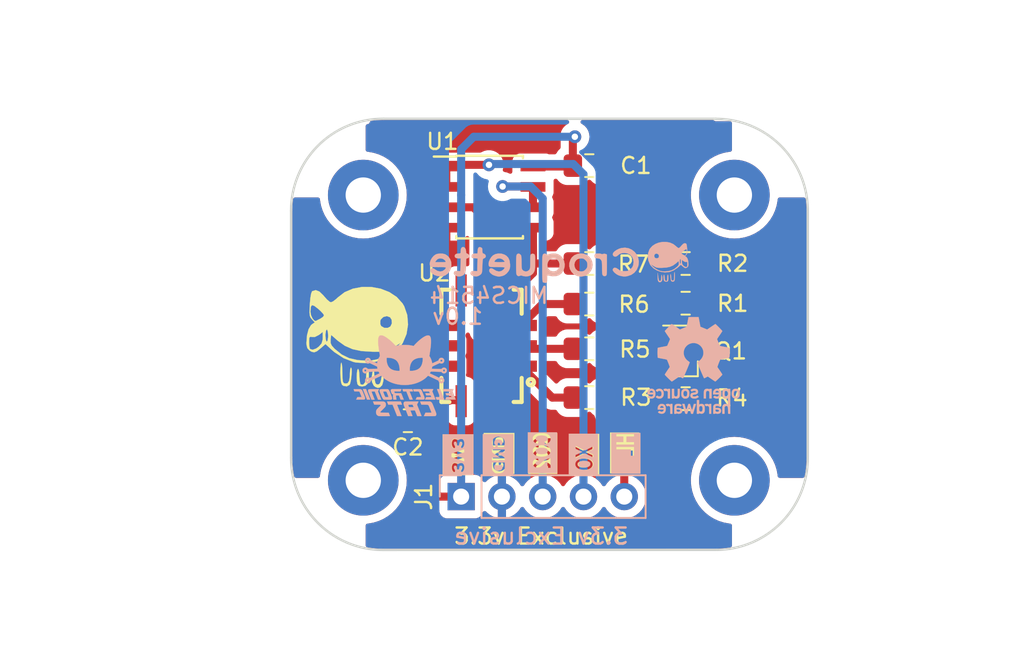
<source format=kicad_pcb>
(kicad_pcb (version 20221018) (generator pcbnew)
  (title_block (title "MICS4514 Croquette") (date "2020-04-24") (rev "V1.0") (company "Electronic Cats") (comment 1 "Montserrat Figueroa") (comment 2 "Eduardo Contreras"))
  (layers (0 "F.Cu" signal) (31 "B.Cu" signal) (34 "B.Paste" user) (35 "F.Paste" user) (36 "B.SilkS" user "B.Silkscreen") (37 "F.SilkS" user "F.Silkscreen") (38 "B.Mask" user) (39 "F.Mask" user) (44 "Edge.Cuts" user))
  (net 0 "")
  (net 1 "+3V3")
  (net 2 "/NO2")
  (net 3 "/CO2")
  (net 4 "/PRE_HEALTING")
  (net 5 "GND")
  (net 6 "Net-(Q1-Pad1)")
  (net 7 "Net-(Q1-Pad3)")
  (net 8 "Net-(R3-Pad1)")
  (net 9 "Net-(R6-Pad1)")
  (net 10 "/OX")
  (net 11 "/RED")
  (footprint "Resistor_SMD:R_0805_2012Metric_Pad1.15x1.40mm_HandSolder" (layer "F.Cu") (at 158 100.975)
    (fp_text reference "R1" (at 2.928 0.02 180) (layer "F.SilkS"))
    (fp_text value "66.5")
    (pad "1" smd roundrect (at -1.025 0) (size 1.15 1.4) (layers "F.Cu" "F.Paste" "F.Mask") (roundrect_rratio 0.217391) (net 6 "Net-(Q1-Pad1)"))
    (pad "2" smd roundrect (at 1.025 0) (size 1.15 1.4) (layers "F.Cu" "F.Paste" "F.Mask") (roundrect_rratio 0.217391) (net 4 "/PRE_HEALTING"))
  )
  (footprint "Resistor_SMD:R_0805_2012Metric_Pad1.15x1.40mm_HandSolder" (layer "F.Cu") (at 158 98.5)
    (fp_text reference "R2" (at 2.925 0) (layer "F.SilkS"))
    (fp_text value "66.5K")
    (pad "1" smd roundrect (at -1.025 0) (size 1.15 1.4) (layers "F.Cu" "F.Paste" "F.Mask") (roundrect_rratio 0.217391) (net 6 "Net-(Q1-Pad1)"))
    (pad "2" smd roundrect (at 1.025 0) (size 1.15 1.4) (layers "F.Cu" "F.Paste" "F.Mask") (roundrect_rratio 0.217391) (net 5 "GND"))
  )
  (footprint "Resistor_SMD:R_0805_2012Metric_Pad1.15x1.40mm_HandSolder" (layer "F.Cu") (at 152 106.858)
    (fp_text reference "R3" (at 2.9053 -0.008) (layer "F.SilkS"))
    (fp_text value "30")
    (pad "1" smd roundrect (at -1.025 0) (size 1.15 1.4) (layers "F.Cu" "F.Paste" "F.Mask") (roundrect_rratio 0.217391) (net 8 "Net-(R3-Pad1)"))
    (pad "2" smd roundrect (at 1.025 0) (size 1.15 1.4) (layers "F.Cu" "F.Paste" "F.Mask") (roundrect_rratio 0.217391) (net 7 "Net-(Q1-Pad3)"))
  )
  (footprint "Resistor_SMD:R_0805_2012Metric_Pad1.15x1.40mm_HandSolder" (layer "F.Cu") (at 158 106.925 180)
    (fp_text reference "R4" (at -2.883 0.034 180) (layer "F.SilkS"))
    (fp_text value "36")
    (pad "1" smd roundrect (at -1.025 0 180) (size 1.15 1.4) (layers "F.Cu" "F.Paste" "F.Mask") (roundrect_rratio 0.217391) (net 7 "Net-(Q1-Pad3)"))
    (pad "2" smd roundrect (at 1.025 0 180) (size 1.15 1.4) (layers "F.Cu" "F.Paste" "F.Mask") (roundrect_rratio 0.217391) (net 5 "GND"))
  )
  (footprint "Resistor_SMD:R_0805_2012Metric_Pad1.15x1.40mm_HandSolder" (layer "F.Cu") (at 152 103.818)
    (fp_text reference "R5" (at 2.8418 0.032) (layer "F.SilkS"))
    (fp_text value "269")
    (pad "1" smd roundrect (at -1.025 0) (size 1.15 1.4) (layers "F.Cu" "F.Paste" "F.Mask") (roundrect_rratio 0.217391) (net 10 "/OX"))
    (pad "2" smd roundrect (at 1.025 0) (size 1.15 1.4) (layers "F.Cu" "F.Paste" "F.Mask") (roundrect_rratio 0.217391) (net 5 "GND"))
  )
  (footprint "Resistor_SMD:R_0805_2012Metric_Pad1.15x1.40mm_HandSolder" (layer "F.Cu") (at 152 101.028)
    (fp_text reference "R6" (at 2.789 0.022) (layer "F.SilkS"))
    (fp_text value "30")
    (pad "1" smd roundrect (at -1.025 0) (size 1.15 1.4) (layers "F.Cu" "F.Paste" "F.Mask") (roundrect_rratio 0.217391) (net 9 "Net-(R6-Pad1)"))
    (pad "2" smd roundrect (at 1.025 0) (size 1.15 1.4) (layers "F.Cu" "F.Paste" "F.Mask") (roundrect_rratio 0.217391) (net 5 "GND"))
  )
  (footprint "Resistor_SMD:R_0805_2012Metric_Pad1.15x1.40mm_HandSolder" (layer "F.Cu") (at 152 98.5)
    (fp_text reference "R7" (at 2.75 0.05) (layer "F.SilkS"))
    (fp_text value "47k")
    (pad "1" smd roundrect (at -1.025 0) (size 1.15 1.4) (layers "F.Cu" "F.Paste" "F.Mask") (roundrect_rratio 0.217391) (net 11 "/RED"))
    (pad "2" smd roundrect (at 1.025 0) (size 1.15 1.4) (layers "F.Cu" "F.Paste" "F.Mask") (roundrect_rratio 0.217391) (net 5 "GND"))
  )
  (footprint "MICS-4514:MICS_10-SMD" (layer "F.Cu") (at 145.288 103.632 -90)
    (fp_text reference "U2" (at -4.532 2.938) (layer "F.SilkS"))
    (fp_text value "MICS-4514")
    (pad "A" smd rect (at 1.27 -2.45 270) (size 0.7 2) (layers "F.Cu" "F.Paste" "F.Mask") (net 8 "Net-(R3-Pad1)"))
    (pad "B" smd rect (at 0 -2.45 270) (size 0.7 2) (layers "F.Cu" "F.Paste" "F.Mask") (net 10 "/OX"))
    (pad "C" smd rect (at -1.27 -2.45 270) (size 0.7 2) (layers "F.Cu" "F.Paste" "F.Mask") (net 9 "Net-(R6-Pad1)"))
    (pad "D" smd rect (at -3.45 -1.27) (size 0.7 2) (layers "F.Cu" "F.Paste" "F.Mask") (net 11 "/RED"))
    (pad "E" smd rect (at -3.45 1.27) (size 0.7 2) (layers "F.Cu" "F.Paste" "F.Mask"))
    (pad "F" smd rect (at -1.27 2.45 270) (size 0.7 2) (layers "F.Cu" "F.Paste" "F.Mask") (net 1 "+3V3"))
    (pad "G" smd rect (at 0 2.45 270) (size 0.7 2) (layers "F.Cu" "F.Paste" "F.Mask") (net 1 "+3V3"))
    (pad "H" smd rect (at 1.27 2.45 270) (size 0.7 2) (layers "F.Cu" "F.Paste" "F.Mask") (net 1 "+3V3"))
    (pad "J" smd rect (at 3.45 1.27) (size 0.7 2) (layers "F.Cu" "F.Paste" "F.Mask") (net 1 "+3V3"))
    (pad "K" smd rect (at 3.45 -1.27) (size 0.7 2) (layers "F.Cu" "F.Paste" "F.Mask"))
  )
  (footprint "MountingHole:MountingHole_2.2mm_M2_Pad" (layer "F.Cu") (at 161.036 112.014)
    (fp_text reference "REF**")
    (fp_text value "MountingHole_2.2mm_M2_Pad")
    (pad "1" thru_hole circle (at 0 0) (size 4.4 4.4) (drill 2.2) (layers "*.Cu" "*.Mask"))
  )
  (footprint "MountingHole:MountingHole_2.2mm_M2_Pad" (layer "F.Cu") (at 161.036 94.234)
    (fp_text reference "REF**")
    (fp_text value "MountingHole_2.2mm_M2_Pad")
    (pad "1" thru_hole circle (at 0 0) (size 4.4 4.4) (drill 2.2) (layers "*.Cu" "*.Mask"))
  )
  (footprint "MountingHole:MountingHole_2.2mm_M2_Pad" (layer "F.Cu") (at 137.922 94.234)
    (fp_text reference "REF**")
    (fp_text value "MountingHole_2.2mm_M2_Pad")
    (pad "1" thru_hole circle (at 0 0) (size 4.4 4.4) (drill 2.2) (layers "*.Cu" "*.Mask"))
  )
  (footprint "MountingHole:MountingHole_2.2mm_M2_Pad" (layer "F.Cu") (at 137.922 112.014)
    (fp_text reference "REF**")
    (fp_text value "MountingHole_2.2mm_M2_Pad")
    (pad "1" thru_hole circle (at 0 0) (size 4.4 4.4) (drill 2.2) (layers "*.Cu" "*.Mask"))
  )
  (footprint "Aesthetics:3v3" (layer "F.Cu") (at 143.82 110.44 90)
    (fp_text reference "G***" hide)
    (fp_text value "LOGO" hide)
  )
  (footprint "Aesthetics:CO2" (layer "F.Cu") (at 149.1 110.34 90)
    (fp_text reference "G***" hide)
    (fp_text value "LOGO" hide)
  )
  (footprint "Aesthetics:HL" (layer "F.Cu") (at 154.2 110.31 90)
    (fp_text reference "G***" hide)
    (fp_text value "LOGO" hide)
  )
  (footprint "Aesthetics:GND" (layer "F.Cu") (at 146.38 110.35 90)
    (fp_text reference "G***" hide)
    (fp_text value "LOGO" hide)
  )
  (footprint "Aesthetics:ox" (layer "F.Cu") (at 151.71 110.39 90)
    (fp_text reference "G***" hide)
    (fp_text value "LOGO" hide)
  )
  (footprint "Package_TO_SOT_SMD:SOT-23" (layer "F.Cu") (at 158 103.95)
    (fp_text reference "Q1" (at 2.818 0.01) (layer "F.SilkS"))
    (fp_text value "2N7002")
    (pad "1" smd rect (at -1 -0.95) (size 0.9 0.8) (layers "F.Cu" "F.Paste" "F.Mask") (net 6 "Net-(Q1-Pad1)"))
    (pad "2" smd rect (at -1 0.95) (size 0.9 0.8) (layers "F.Cu" "F.Paste" "F.Mask") (net 5 "GND"))
    (pad "3" smd rect (at 1 0) (size 0.9 0.8) (layers "F.Cu" "F.Paste" "F.Mask") (net 7 "Net-(Q1-Pad3)"))
  )
  (footprint "Capacitor_SMD:C_0805_2012Metric_Pad1.15x1.40mm_HandSolder" (layer "F.Cu") (at 140.7 108.3 180)
    (fp_text reference "C2" (at 0 -1.65) (layer "F.SilkS"))
    (fp_text value "0.1uF")
    (pad "1" smd roundrect (at -1.025 0 180) (size 1.15 1.4) (layers "F.Cu" "F.Paste" "F.Mask") (roundrect_rratio 0.217391) (net 1 "+3V3"))
    (pad "2" smd roundrect (at 1.025 0 180) (size 1.15 1.4) (layers "F.Cu" "F.Paste" "F.Mask") (roundrect_rratio 0.217391) (net 5 "GND"))
  )
  (footprint "Capacitor_SMD:C_0805_2012Metric_Pad1.15x1.40mm_HandSolder" (layer "F.Cu") (at 152 92.4)
    (fp_text reference "C1" (at 2.9 0) (layer "F.SilkS"))
    (fp_text value "0.1uF")
    (pad "1" smd roundrect (at -1.025 0) (size 1.15 1.4) (layers "F.Cu" "F.Paste" "F.Mask") (roundrect_rratio 0.217391) (net 1 "+3V3"))
    (pad "2" smd roundrect (at 1.025 0) (size 1.15 1.4) (layers "F.Cu" "F.Paste" "F.Mask") (roundrect_rratio 0.217391) (net 5 "GND"))
  )
  (footprint "Package_SO:SOIC-8_3.9x4.9mm_P1.27mm" (layer "F.Cu") (at 145.792 94.361)
    (fp_text reference "U1" (at -2.942 -3.461) (layer "F.SilkS"))
    (fp_text value "TLC2272")
    (pad "1" smd rect (at -2.7 -1.905) (size 1.55 0.6) (layers "F.Cu" "F.Paste" "F.Mask") (net 2 "/NO2"))
    (pad "2" smd rect (at -2.7 -0.635) (size 1.55 0.6) (layers "F.Cu" "F.Paste" "F.Mask") (net 2 "/NO2"))
    (pad "3" smd rect (at -2.7 0.635) (size 1.55 0.6) (layers "F.Cu" "F.Paste" "F.Mask") (net 10 "/OX"))
    (pad "4" smd rect (at -2.7 1.905) (size 1.55 0.6) (layers "F.Cu" "F.Paste" "F.Mask") (net 5 "GND"))
    (pad "5" smd rect (at 2.7 1.905) (size 1.55 0.6) (layers "F.Cu" "F.Paste" "F.Mask") (net 11 "/RED"))
    (pad "6" smd rect (at 2.7 0.635) (size 1.55 0.6) (layers "F.Cu" "F.Paste" "F.Mask") (net 3 "/CO2"))
    (pad "7" smd rect (at 2.7 -0.635) (size 1.55 0.6) (layers "F.Cu" "F.Paste" "F.Mask") (net 3 "/CO2"))
    (pad "8" smd rect (at 2.7 -1.905) (size 1.55 0.6) (layers "F.Cu" "F.Paste" "F.Mask") (net 1 "+3V3"))
  )
  (footprint "Aesthetics:Croquette50,5x9,9" (layer "F.Cu") (at 138 102.5)
    (fp_text reference "G***" hide)
    (fp_text value "LOGO" hide)
  )
  (footprint "Aesthetics:electronic_cats_logo_4x3" (layer "B.Cu") (at 140.5 105.5 180)
    (fp_text reference "G***" hide)
    (fp_text value "LOGO" hide)
  )
  (footprint "Connector_PinHeader_2.54mm:PinHeader_1x05_P2.54mm_Vertical" (layer "B.Cu") (at 144.018 113.03 -90)
    (fp_text reference "J1" (at 0 2.33 270) (layer "F.SilkS"))
    (fp_text value "OUTPUTS")
    (pad "1" thru_hole rect (at 0 0 270) (size 1.7 1.7) (drill 1) (layers "*.Cu" "*.Mask") (net 1 "+3V3"))
    (pad "2" thru_hole oval (at 0 -2.54 270) (size 1.7 1.7) (drill 1) (layers "*.Cu" "*.Mask") (net 5 "GND"))
    (pad "3" thru_hole oval (at 0 -5.08 270) (size 1.7 1.7) (drill 1) (layers "*.Cu" "*.Mask") (net 3 "/CO2"))
    (pad "4" thru_hole oval (at 0 -7.62 270) (size 1.7 1.7) (drill 1) (layers "*.Cu" "*.Mask") (net 2 "/NO2"))
    (pad "5" thru_hole oval (at 0 -10.16 270) (size 1.7 1.7) (drill 1) (layers "*.Cu" "*.Mask") (net 4 "/PRE_HEALTING"))
  )
  (footprint "Aesthetics:3v3" (layer "B.Cu") (at 143.83 110.43 90)
    (fp_text reference "G***" hide)
    (fp_text value "LOGO" hide)
  )
  (footprint "Aesthetics:GND" (layer "B.Cu") (at 146.32 110.39 -90)
    (fp_text reference "G***" hide)
    (fp_text value "LOGO" hide)
  )
  (footprint "Aesthetics:CO2" (layer "B.Cu") (at 149.08 110.29 -90)
    (fp_text reference "G***" hide)
    (fp_text value "LOGO" hide)
  )
  (footprint "Aesthetics:ox" (layer "B.Cu") (at 151.63 110.38 90)
    (fp_text reference "G***" hide)
    (fp_text value "LOGO" hide)
  )
  (footprint "Aesthetics:HL" (layer "B.Cu") (at 154.28 110.33 -90)
    (fp_text reference "G***" hide)
    (fp_text value "LOGO" hide)
  )
  (footprint "Symbols:OSHW-Logo_5.7x6mm_SilkScreen" (layer "B.Cu") (at 158.5 104.85 180)
    (fp_text reference "REF***" hide)
    (fp_text value "OSHW-Logo_5.7x6mm_SilkScreen" hide)
  )
  (footprint "Aesthetics:Croquette20,2x4" (layer "B.Cu") (at 150.05 98.35 180)
    (fp_text reference "G***" hide)
    (fp_text value "LOGO" hide)
  )
  (gr_line (start 159.8803 89.48) (end 139.192 89.48) (stroke (width 0.15)) (layer "Edge.Cuts"))
  (gr_line (start 139.153775 116.354) (end 159.842075 116.35) (stroke (width 0.15)) (layer "Edge.Cuts"))
  (gr_line (start 133.426075 110.588176) (end 133.426075 95.2077) (stroke (width 0.15)) (layer "Edge.Cuts"))
  (gr_line (start 165.608 95.25) (end 165.608 110.6223) (stroke (width 0.15)) (layer "Edge.Cuts"))
  (gr_arc (start 133.426075 95.2077) (mid 135.117209 91.144067) (end 139.192 89.48) (stroke (width 0.15)) (layer "Edge.Cuts"))
  (gr_arc (start 139.153775 116.354101) (mid 135.090142 114.662967) (end 133.426075 110.588176) (stroke (width 0.15)) (layer "Edge.Cuts"))
  (gr_arc (start 165.608 110.6223) (mid 163.916866 114.685933) (end 159.842075 116.35) (stroke (width 0.15)) (layer "Edge.Cuts"))
  (gr_arc (start 159.8803 89.484075) (mid 163.943933 91.175209) (end 165.608 95.25) (stroke (width 0.15)) (layer "Edge.Cuts"))
  (gr_text "1.0v" (at 143.8 101.8) (layer "B.SilkS") (effects (font (size 1 1)) (justify mirror)))
  (gr_text "MICS4514" (at 145.75 100.5) (layer "B.SilkS") (effects (font (size 1 1)) (justify mirror)))
  (gr_text "3.3v Exclusive" (at 149 115.5) (layer "B.SilkS") (effects (font (size 1 1)) (justify mirror)))
  (gr_text "3.3v Exclusive" (at 149 115.5) (layer "F.SilkS") (effects (font (size 1 1))))
  (segment (start 142.838 106.752) (end 142.838 106.516) (width 0.5) (layer "F.Cu") (net 1))
  (segment (start 142.838 104.902) (end 142.838 106.516) (width 0.5) (layer "F.Cu") (net 1))
  (segment (start 150.975 92.4) (end 150.975 90.725) (width 0.5) (layer "F.Cu") (net 1))
  (segment (start 143.168 107.082) (end 142.838 106.752) (width 0.5) (layer "F.Cu") (net 1))
  (segment (start 141.725 109) (end 141.725 108.3) (width 0.5) (layer "F.Cu") (net 1))
  (segment (start 141.725 107.6) (end 142.325 107) (width 0.5) (layer "F.Cu") (net 1))
  (segment (start 142.325 107) (end 143.5 107) (width 0.5) (layer "F.Cu") (net 1))
  (segment (start 141.725 108.3) (end 141.725 107.6) (width 0.5) (layer "F.Cu") (net 1))
  (segment (start 141.725 112.087) (end 141.725 109) (width 0.5) (layer "F.Cu") (net 1))
  (segment (start 143.5 107) (end 143.168 107.082) (width 0.5) (layer "F.Cu") (net 1))
  (segment (start 150.975 90.725) (end 151.1 90.6) (width 0.5) (layer "F.Cu") (net 1))
  (segment (start 142.668 113.03) (end 141.725 112.087) (width 0.5) (layer "F.Cu") (net 1))
  (segment (start 144.018 113.03) (end 142.668 113.03) (width 0.5) (layer "F.Cu") (net 1))
  (segment (start 150.919 92.456) (end 150.975 92.4) (width 0.5) (layer "F.Cu") (net 1))
  (segment (start 148.492 92.456) (end 150.919 92.456) (width 0.5) (layer "F.Cu") (net 1))
  (segment (start 142.838 104.902) (end 142.838 102.362) (width 0.5) (layer "F.Cu") (net 1))
  (segment (start 144.018 107.082) (end 143.5 107) (width 0.5) (layer "F.Cu") (net 1))
  (via (at 151.1 90.6) (size 0.8) (drill 0.4) (layers "F.Cu" "B.Cu") (net 1))
  (segment (start 144.018 94.232) (end 144.018 91.382) (width 0.5) (layer "B.Cu") (net 1))
  (segment (start 144.8 90.6) (end 151.1 90.6) (width 0.5) (layer "B.Cu") (net 1))
  (segment (start 144.018 91.382) (end 144.8 90.6) (width 0.5) (layer "B.Cu") (net 1))
  (segment (start 144.018 113.03) (end 144.018 94.232) (width 0.5) (layer "B.Cu") (net 1))
  (segment (start 145.75 92.35) (end 143.198 92.35) (width 0.5) (layer "F.Cu") (net 2))
  (segment (start 143.198 92.35) (end 143.092 92.456) (width 0.5) (layer "F.Cu") (net 2))
  (segment (start 143.092 92.456) (end 143.092 93.726) (width 0.5) (layer "F.Cu") (net 2))
  (via (at 145.75 92.35) (size 0.8) (drill 0.4) (layers "F.Cu" "B.Cu") (net 2))
  (segment (start 145.8 92.3) (end 145.75 92.35) (width 0.5) (layer "B.Cu") (net 2))
  (segment (start 151 92.3) (end 145.8 92.3) (width 0.5) (layer "B.Cu") (net 2))
  (segment (start 151.638 92.938) (end 151 92.3) (width 0.5) (layer "B.Cu") (net 2))
  (segment (start 151.638 113.03) (end 151.638 92.938) (width 0.5) (layer "B.Cu") (net 2))
  (segment (start 146.6 93.7) (end 148.466 93.7) (width 0.5) (layer "F.Cu") (net 3))
  (segment (start 148.466 93.7) (end 148.492 93.726) (width 0.5) (layer "F.Cu") (net 3))
  (segment (start 148.492 94.996) (end 148.492 93.726) (width 0.5) (layer "F.Cu") (net 3))
  (via (at 146.6 93.7) (size 0.8) (drill 0.4) (layers "F.Cu" "B.Cu") (net 3))
  (segment (start 149.098 113.03) (end 149.098 94.448) (width 0.5) (layer "B.Cu") (net 3))
  (segment (start 148.35 93.7) (end 146.6 93.7) (width 0.5) (layer "B.Cu") (net 3))
  (segment (start 149.098 94.448) (end 148.35 93.7) (width 0.5) (layer "B.Cu") (net 3))
  (segment (start 159.025 100.975) (end 159.6 100.975) (width 0.5) (layer "F.Cu") (net 4))
  (segment (start 160.5 107.9) (end 158.5 109.9) (width 0.5) (layer "F.Cu") (net 4))
  (segment (start 158.5 109.9) (end 154.7 109.9) (width 0.5) (layer "F.Cu") (net 4))
  (segment (start 160.5 102.1) (end 160.5 107.9) (width 0.5) (layer "F.Cu") (net 4))
  (segment (start 154.178 110.422) (end 154.178 113.03) (width 0.5) (layer "F.Cu") (net 4))
  (segment (start 159.6 100.975) (end 160.5 101.875) (width 0.5) (layer "F.Cu") (net 4))
  (segment (start 160.5 101.875) (end 160.5 102.1) (width 0.5) (layer "F.Cu") (net 4))
  (segment (start 154.7 109.9) (end 154.178 110.422) (width 0.5) (layer "F.Cu") (net 4))
  (segment (start 157 101) (end 156.975 100.975) (width 0.5) (layer "F.Cu") (net 6))
  (segment (start 156.975 100.975) (end 156.975 98.5) (width 0.5) (layer "F.Cu") (net 6))
  (segment (start 157 103) (end 157 101) (width 0.5) (layer "F.Cu") (net 6))
  (segment (start 159 106.9) (end 159.025 106.925) (width 0.5) (layer "F.Cu") (net 7))
  (segment (start 158.742 106.934) (end 158.742 107.734) (width 0.5) (layer "F.Cu") (net 7))
  (segment (start 157.764 108.712) (end 153.924 108.712) (width 0.5) (layer "F.Cu") (net 7))
  (segment (start 158.742 107.734) (end 157.764 108.712) (width 0.5) (layer "F.Cu") (net 7))
  (segment (start 153.086 107.874) (end 153.086 106.858) (width 0.5) (layer "F.Cu") (net 7))
  (segment (start 157.938 108.712) (end 153.924 108.712) (width 0.5) (layer "F.Cu") (net 7))
  (segment (start 159.025 107.625) (end 157.938 108.712) (width 0.5) (layer "F.Cu") (net 7))
  (segment (start 159 103.95) (end 159 106.9) (width 0.5) (layer "F.Cu") (net 7))
  (segment (start 159.025 106.925) (end 159.025 107.625) (width 0.5) (layer "F.Cu") (net 7))
  (segment (start 153.924 108.712) (end 153.086 107.874) (width 0.5) (layer "F.Cu") (net 7))
  (segment (start 149.694 106.858) (end 147.738 104.902) (width 0.5) (layer "F.Cu") (net 8))
  (segment (start 151.036 106.858) (end 149.694 106.858) (width 0.5) (layer "F.Cu") (net 8))
  (segment (start 151.036 101.028) (end 149.072 101.028) (width 0.5) (layer "F.Cu") (net 9))
  (segment (start 149.072 101.028) (end 147.738 102.362) (width 0.5) (layer "F.Cu") (net 9))
  (segment (start 147.738 103.632) (end 146.238 103.632) (width 0.5) (layer "F.Cu") (net 10))
  (segment (start 146.238 103.632) (end 145.288 102.682) (width 0.5) (layer "F.Cu") (net 10))
  (segment (start 144.78 94.996) (end 143.092 94.996) (width 0.5) (layer "F.Cu") (net 10))
  (segment (start 145.288 95.504) (end 144.78 94.996) (width 0.5) (layer "F.Cu") (net 10))
  (segment (start 147.924 103.818) (end 147.738 103.632) (width 0.5) (layer "F.Cu") (net 10))
  (segment (start 151.036 103.818) (end 147.924 103.818) (width 0.5) (layer "F.Cu") (net 10))
  (segment (start 145.288 102.682) (end 145.288 95.504) (width 0.5) (layer "F.Cu") (net 10))
  (segment (start 148.492 99.098) (end 148.5 98.5) (width 0.5) (layer "F.Cu") (net 11))
  (segment (start 148.501 96.275) (end 148.492 96.266) (width 0.5) (layer "F.Cu") (net 11))
  (segment (start 148.5 98.5) (end 148.492 97.066) (width 0.5) (layer "F.Cu") (net 11))
  (segment (start 151.025 98.5) (end 150.45 98.5) (width 0.5) (layer "F.Cu") (net 11))
  (segment (start 146.558 100.182) (end 147.408 100.182) (width 0.5) (layer "F.Cu") (net 11))
  (segment (start 150.45 98.5) (end 148.5 98.5) (width 0.5) (layer "F.Cu") (net 11))
  (segment (start 147.408 100.182) (end 148.492 99.098) (width 0.5) (layer "F.Cu") (net 11))
  (segment (start 148.492 97.066) (end 148.492 96.266) (width 0.5) (layer "F.Cu") (net 11))
  (zone (net 5) (net_name "GND") (layer "F.Cu") (connect_pads (clearance 0.508)) (min_thickness 0.254) (fill yes (thermal_gap 0.508) (thermal_bridge_width 0.508))
    (polygon (pts (xy 131.03 88.98) (xy 167.91 89.02) (xy 167.98 121.13) (xy 130.97 120.99) (xy 130.9 121.19)))
  )
  (zone (net 5) (net_name "GND") (layer "B.Cu") (connect_pads (clearance 0.508)) (min_thickness 0.254) (fill yes (thermal_gap 0.508) (thermal_bridge_width 0.508))
    (polygon (pts (xy 130.99 89) (xy 167.98 89.05) (xy 167.98 121.12) (xy 130.89 121.07)))
  )
)
</source>
